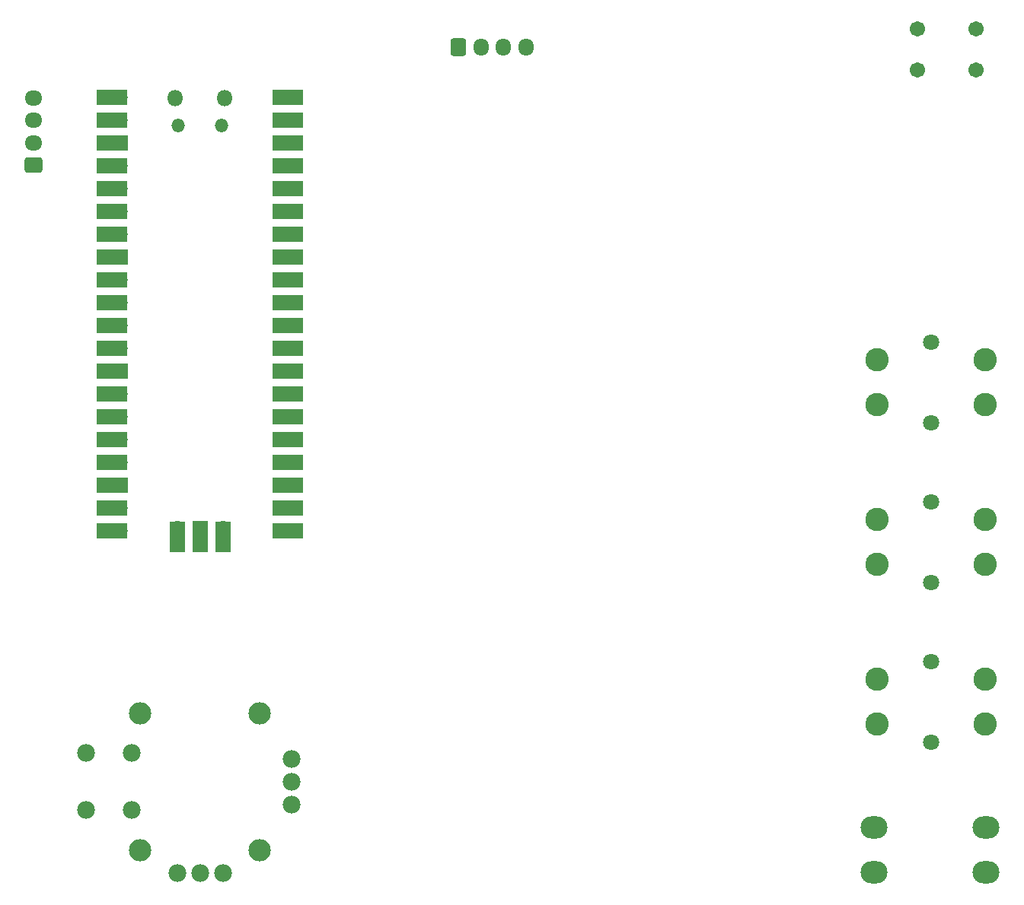
<source format=gbr>
%TF.GenerationSoftware,KiCad,Pcbnew,9.0.0*%
%TF.CreationDate,2025-04-09T20:53:35+02:00*%
%TF.ProjectId,schema,73636865-6d61-42e6-9b69-6361645f7063,rev?*%
%TF.SameCoordinates,Original*%
%TF.FileFunction,Soldermask,Top*%
%TF.FilePolarity,Negative*%
%FSLAX46Y46*%
G04 Gerber Fmt 4.6, Leading zero omitted, Abs format (unit mm)*
G04 Created by KiCad (PCBNEW 9.0.0) date 2025-04-09 20:53:35*
%MOMM*%
%LPD*%
G01*
G04 APERTURE LIST*
G04 Aperture macros list*
%AMRoundRect*
0 Rectangle with rounded corners*
0 $1 Rounding radius*
0 $2 $3 $4 $5 $6 $7 $8 $9 X,Y pos of 4 corners*
0 Add a 4 corners polygon primitive as box body*
4,1,4,$2,$3,$4,$5,$6,$7,$8,$9,$2,$3,0*
0 Add four circle primitives for the rounded corners*
1,1,$1+$1,$2,$3*
1,1,$1+$1,$4,$5*
1,1,$1+$1,$6,$7*
1,1,$1+$1,$8,$9*
0 Add four rect primitives between the rounded corners*
20,1,$1+$1,$2,$3,$4,$5,0*
20,1,$1+$1,$4,$5,$6,$7,0*
20,1,$1+$1,$6,$7,$8,$9,0*
20,1,$1+$1,$8,$9,$2,$3,0*%
G04 Aperture macros list end*
%ADD10C,1.712000*%
%ADD11O,1.800000X1.800000*%
%ADD12O,1.500000X1.500000*%
%ADD13O,1.700000X1.700000*%
%ADD14R,3.500000X1.700000*%
%ADD15R,1.700000X1.700000*%
%ADD16R,1.700000X3.500000*%
%ADD17O,3.000000X2.500000*%
%ADD18C,1.800000*%
%ADD19C,2.604000*%
%ADD20RoundRect,0.250000X0.725000X-0.600000X0.725000X0.600000X-0.725000X0.600000X-0.725000X-0.600000X0*%
%ADD21O,1.950000X1.700000*%
%ADD22RoundRect,0.250000X-0.600000X-0.725000X0.600000X-0.725000X0.600000X0.725000X-0.600000X0.725000X0*%
%ADD23O,1.700000X1.950000*%
%ADD24C,1.982000*%
%ADD25C,2.490000*%
G04 APERTURE END LIST*
D10*
%TO.C,REF\u002A\u002A*%
X224588000Y-54646000D03*
X224588000Y-59146000D03*
X231088000Y-54646000D03*
X231088000Y-59146000D03*
%TD*%
D11*
%TO.C,REF\u002A\u002A*%
X142055000Y-62360000D03*
D12*
X142355000Y-65390000D03*
X147205000Y-65390000D03*
D11*
X147505000Y-62360000D03*
D13*
X135890000Y-62230000D03*
D14*
X134990000Y-62230000D03*
D13*
X135890000Y-64770000D03*
D14*
X134990000Y-64770000D03*
D15*
X135890000Y-67310000D03*
D14*
X134990000Y-67310000D03*
D13*
X135890000Y-69850000D03*
D14*
X134990000Y-69850000D03*
D13*
X135890000Y-72390000D03*
D14*
X134990000Y-72390000D03*
D13*
X135890000Y-74930000D03*
D14*
X134990000Y-74930000D03*
D13*
X135890000Y-77470000D03*
D14*
X134990000Y-77470000D03*
D15*
X135890000Y-80010000D03*
D14*
X134990000Y-80010000D03*
D13*
X135890000Y-82550000D03*
D14*
X134990000Y-82550000D03*
D13*
X135890000Y-85090000D03*
D14*
X134990000Y-85090000D03*
D13*
X135890000Y-87630000D03*
D14*
X134990000Y-87630000D03*
D13*
X135890000Y-90170000D03*
D14*
X134990000Y-90170000D03*
D15*
X135890000Y-92710000D03*
D14*
X134990000Y-92710000D03*
D13*
X135890000Y-95250000D03*
D14*
X134990000Y-95250000D03*
D13*
X135890000Y-97790000D03*
D14*
X134990000Y-97790000D03*
D13*
X135890000Y-100330000D03*
D14*
X134990000Y-100330000D03*
D13*
X135890000Y-102870000D03*
D14*
X134990000Y-102870000D03*
D15*
X135890000Y-105410000D03*
D14*
X134990000Y-105410000D03*
D13*
X135890000Y-107950000D03*
D14*
X134990000Y-107950000D03*
D13*
X135890000Y-110490000D03*
D14*
X134990000Y-110490000D03*
D13*
X153670000Y-110490000D03*
D14*
X154570000Y-110490000D03*
D13*
X153670000Y-107950000D03*
D14*
X154570000Y-107950000D03*
D15*
X153670000Y-105410000D03*
D14*
X154570000Y-105410000D03*
D13*
X153670000Y-102870000D03*
D14*
X154570000Y-102870000D03*
D13*
X153670000Y-100330000D03*
D14*
X154570000Y-100330000D03*
D13*
X153670000Y-97790000D03*
D14*
X154570000Y-97790000D03*
D13*
X153670000Y-95250000D03*
D14*
X154570000Y-95250000D03*
D15*
X153670000Y-92710000D03*
D14*
X154570000Y-92710000D03*
D13*
X153670000Y-90170000D03*
D14*
X154570000Y-90170000D03*
D13*
X153670000Y-87630000D03*
D14*
X154570000Y-87630000D03*
D13*
X153670000Y-85090000D03*
D14*
X154570000Y-85090000D03*
D13*
X153670000Y-82550000D03*
D14*
X154570000Y-82550000D03*
D15*
X153670000Y-80010000D03*
D14*
X154570000Y-80010000D03*
D13*
X153670000Y-77470000D03*
D14*
X154570000Y-77470000D03*
D13*
X153670000Y-74930000D03*
D14*
X154570000Y-74930000D03*
D13*
X153670000Y-72390000D03*
D14*
X154570000Y-72390000D03*
D13*
X153670000Y-69850000D03*
D14*
X154570000Y-69850000D03*
D15*
X153670000Y-67310000D03*
D14*
X154570000Y-67310000D03*
D13*
X153670000Y-64770000D03*
D14*
X154570000Y-64770000D03*
D13*
X153670000Y-62230000D03*
D14*
X154570000Y-62230000D03*
D13*
X142240000Y-110260000D03*
D16*
X142240000Y-111160000D03*
D15*
X144780000Y-110260000D03*
D16*
X144780000Y-111160000D03*
D13*
X147320000Y-110260000D03*
D16*
X147320000Y-111160000D03*
%TD*%
D17*
%TO.C,REF\u002A\u002A*%
X219710000Y-143500000D03*
X232210000Y-143500000D03*
X219710000Y-148500000D03*
X232210000Y-148500000D03*
%TD*%
D18*
%TO.C,REF\u002A\u002A*%
X226060000Y-89480000D03*
X226060000Y-98480000D03*
D19*
X232060000Y-96480000D03*
X220060000Y-96480000D03*
X232060000Y-91480000D03*
X220060000Y-91480000D03*
%TD*%
D20*
%TO.C,REF\u002A\u002A*%
X126230500Y-69790000D03*
D21*
X126230500Y-67290000D03*
X126230500Y-64790000D03*
X126230500Y-62290000D03*
%TD*%
D22*
%TO.C,REF\u002A\u002A*%
X173542000Y-56634500D03*
D23*
X176042000Y-56634500D03*
X178542000Y-56634500D03*
X181042000Y-56634500D03*
%TD*%
D18*
%TO.C,REF\u002A\u002A*%
X226060000Y-107260000D03*
X226060000Y-116260000D03*
D19*
X232060000Y-114260000D03*
X220060000Y-114260000D03*
X232060000Y-109260000D03*
X220060000Y-109260000D03*
%TD*%
D18*
%TO.C,REF\u002A\u002A*%
X226060000Y-125040000D03*
X226060000Y-134040000D03*
D19*
X232060000Y-132040000D03*
X220060000Y-132040000D03*
X232060000Y-127040000D03*
X220060000Y-127040000D03*
%TD*%
D24*
%TO.C,REF\u002A\u002A*%
X132080000Y-141605000D03*
X132080000Y-135255000D03*
X137160000Y-141605000D03*
X137160000Y-135255000D03*
X154940000Y-140970000D03*
X154940000Y-138430000D03*
X154940000Y-135890000D03*
D25*
X138112500Y-146050000D03*
X151447500Y-146050000D03*
X151447500Y-130810000D03*
X138112500Y-130810000D03*
D24*
X142240000Y-148590000D03*
X144780000Y-148590000D03*
X147320000Y-148590000D03*
%TD*%
M02*

</source>
